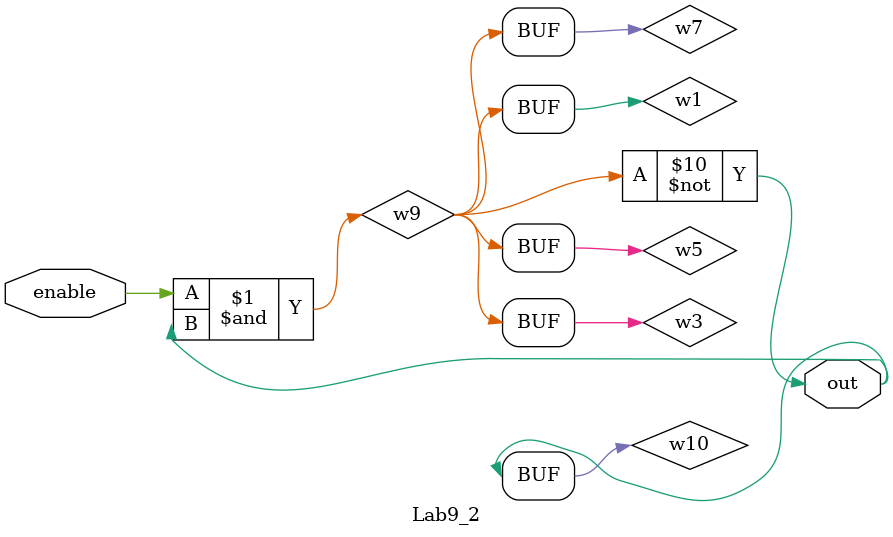
<source format=v>
`timescale 1ns / 1ps

module Lab9_2(enable,out);
    input enable;
    output out;
    (* ALLOW_COMBINATIONAL_LOOPS = "TRUE" *)
    (* DONT_TOUCH = "TRUE" *) wire w1, w2, w3, w4, w5, w6, w7, w8, w9, w10;
    
    assign out = w10;
    and #5(w1, enable,out );   
    not #5(w2, w1);
    not #5(w3, w2);
    not #5(w4, w3);
    not #5(w5, w4);
    not #5(w6,w5);
    not #5(w7,w6);
    not #5(w8,w7);
    not #5(w9,w8);
    not #5(w10,w9);
endmodule

</source>
